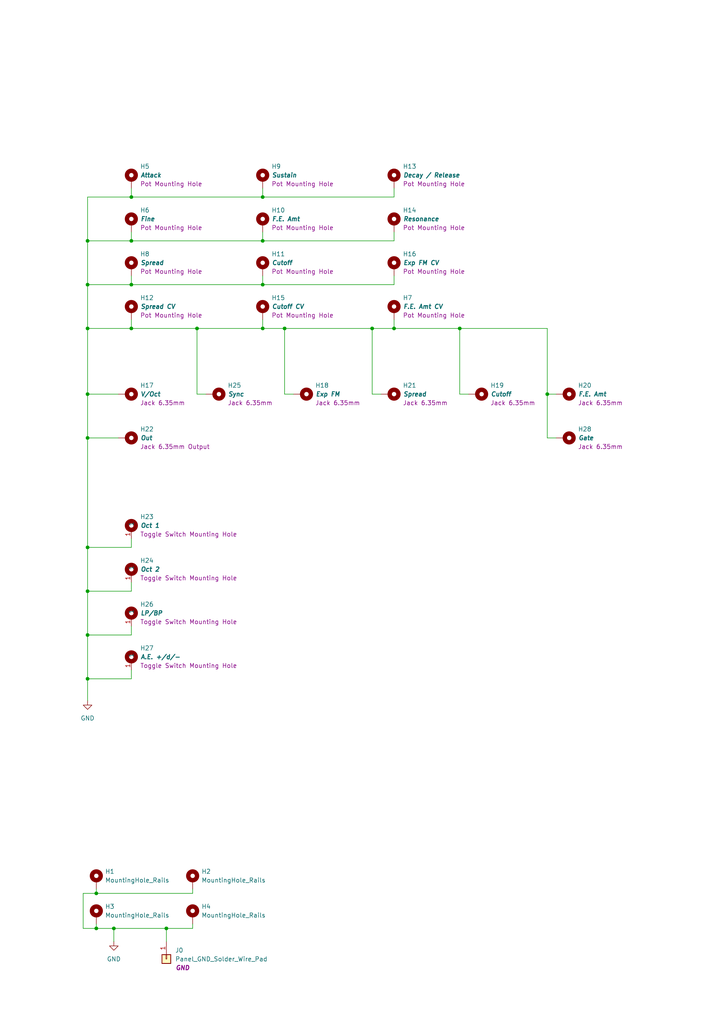
<source format=kicad_sch>
(kicad_sch (version 20250114) (generator "eeschema") (generator_version "9.0")
  (paper "A4" portrait)
  (title_block (title "Kosmo Format Front Panel - 10 cm") (company "DMH Instruments"))
  (lib_symbols
    (symbol "SynthStuff:MountingHole_Jack6.35mm_Output_v2" (pin_numbers (hide yes)) (pin_names (offset 1.016) (hide yes)) (exclude_from_sim yes) (in_bom no)
      (property "Reference" "H" (at 0 5.08 0))
      (property "Value" "SIGNAL NAME" (at 0 3.175 0))
      (property "Description" "Jack 6.35mm Output" (at 0.254 -3.302 0))
      (symbol "MountingHole_Jack6.35mm_Output_v2_0_1"
        (circle (center 0 0) (radius 1.27) (stroke (width 1.27)))
      )
      (symbol "MountingHole_Jack6.35mm_Output_v2_1_1"
        (pin input line (at -3.81 0 0) (length 2.54) (name "1") (number "1"))
      )
    )
    (symbol "SynthStuff:MountingHole_Jack6.35mm_v2" (pin_numbers (hide yes)) (pin_names (offset 1.016) (hide yes)) (exclude_from_sim yes) (in_bom no)
      (property "Reference" "H" (at 0 5.08 0))
      (property "Value" "SIGNAL NAME" (at 0 3.175 0))
      (property "Description" "Jack 6.35mm" (at 0 -3.048 0))
      (symbol "MountingHole_Jack6.35mm_v2_0_1"
        (circle (center 0 0) (radius 1.27) (stroke (width 1.27)))
      )
      (symbol "MountingHole_Jack6.35mm_v2_1_1"
        (pin input line (at -3.81 0 0) (length 2.54) (name "1") (number "1"))
      )
    )
    (symbol "SynthStuff:MountingHole_Pot" (pin_numbers (hide yes)) (pin_names (offset 1.016) (hide yes)) (exclude_from_sim yes)
      (property "Reference" "H" (at 0 6.35 0))
      (property "Value" "Function" (at 0 4.445 0))
      (property "Description" "Pot Mounting Hole" (at 0 0 0))
      (symbol "MountingHole_Pot_0_1"
        (circle (center 0 1.27) (radius 1.27) (stroke (width 1.27)))
      )
      (symbol "MountingHole_Pot_1_1"
        (pin input line (at 0 -2.54 90) (length 2.54) (name "1") (number "1"))
      )
    )
    (symbol "SynthStuff:MountingHole_Rails" (pin_numbers (hide yes)) (pin_names (offset 1.016) (hide yes)) (exclude_from_sim yes) (in_bom no)
      (property "Reference" "H" (at 0 6.35 0))
      (property "Value" "MountingHole_Rails" (at 0 4.445 0))
      (symbol "MountingHole_Rails_0_1"
        (circle (center 0 1.27) (radius 1.27) (stroke (width 1.27)))
      )
      (symbol "MountingHole_Rails_1_1"
        (pin input line (at 0 -2.54 90) (length 2.54) (name "1") (number "1"))
      )
    )
    (symbol "SynthStuff:MountingHole_ToggleSwitch" (pin_names (offset 1.016)) (exclude_from_sim yes) (in_bom no)
      (property "Reference" "H" (at 0 5.08 0))
      (property "Value" "Function" (at 0 3.175 0))
      (property "Description" "Toggle Switch Mounting Hole" (at 0 0 0))
      (symbol "MountingHole_ToggleSwitch_0_1"
        (circle (center 0 0) (radius 1.27) (stroke (width 1.27)))
      )
      (symbol "MountingHole_ToggleSwitch_1_1"
        (pin input line (at 0 -3.81 90) (length 2.54) (name "1") (number "1"))
      )
    )
    (symbol "SynthStuff:Panel_GND_Solder_Wire_Pad" (pin_names (offset 1.016) (hide yes)) (in_bom no)
      (property "Reference" "J" (at 0 2.54 0))
      (property "Value" "Panel_GND_Solder_Wire_Pad" (at 0 -5.08 0))
      (property "Function" "Panel GND" (at 0 -2.794 0))
      (symbol "Panel_GND_Solder_Wire_Pad_1_1"
        (rectangle (start -1.27 1.27) (end 1.27 -1.27) (stroke (width 0.254)) (fill (type background)))
        (rectangle (start -1.27 0.127) (end 0 -0.127) (stroke (width 0.1524)))
        (pin power_out line (at -5.08 0 0) (length 3.81) (name "Pin_1") (number "1"))
      )
    )
    (symbol "power:GND" (power) (pin_numbers (hide yes)) (pin_names (offset 0) (hide yes))
      (property "Value" "GND" (at 0 -3.81 0))
      (symbol "GND_0_1"
        (polyline (pts (xy 0 0) (xy 0 -1.27) (xy 1.27 -1.27) (xy 0 -2.54) (xy -1.27 -1.27) (xy 0 -1.27)))
      )
      (symbol "GND_1_1"
        (pin power_in line (at 0 0 270) (length 0) (name "~") (number "1"))
      )
    )
  )
  (junction (at 76.2 57.15))
  (junction (at 25.4 158.75))
  (junction (at 38.1 82.55))
  (junction (at 25.4 82.55))
  (junction (at 25.4 114.3))
  (junction (at 76.2 82.55))
  (junction (at 25.4 196.85))
  (junction (at 107.95 95.25))
  (junction (at 57.15 95.25))
  (junction (at 133.35 95.25))
  (junction (at 76.2 95.25))
  (junction (at 82.55 95.25))
  (junction (at 25.4 69.85))
  (junction (at 38.1 69.85))
  (junction (at 27.94 269.24))
  (junction (at 33.02 269.24))
  (junction (at 114.3 95.25))
  (junction (at 48.26 269.24))
  (junction (at 25.4 184.15))
  (junction (at 38.1 57.15))
  (junction (at 27.94 259.08))
  (junction (at 76.2 69.85))
  (junction (at 25.4 171.45))
  (junction (at 25.4 127))
  (junction (at 158.75 114.3))
  (junction (at 25.4 95.25))
  (junction (at 38.1 95.25))
  (wire (pts (xy 114.3 92.71) (xy 114.3 95.25)))
  (wire (pts (xy 114.3 82.55) (xy 76.2 82.55)))
  (wire (pts (xy 25.4 171.45) (xy 38.1 171.45)))
  (wire (pts (xy 25.4 184.15) (xy 25.4 196.85)))
  (wire (pts (xy 158.75 114.3) (xy 158.75 95.25)))
  (wire (pts (xy 114.3 95.25) (xy 133.35 95.25)))
  (wire (pts (xy 55.88 267.97) (xy 55.88 269.24)))
  (wire (pts (xy 25.4 69.85) (xy 25.4 82.55)))
  (wire (pts (xy 25.4 158.75) (xy 25.4 171.45)))
  (wire (pts (xy 38.1 181.61) (xy 38.1 184.15)))
  (wire (pts (xy 27.94 259.08) (xy 55.88 259.08)))
  (wire (pts (xy 27.94 269.24) (xy 27.94 267.97)))
  (wire (pts (xy 24.13 269.24) (xy 27.94 269.24)))
  (wire (pts (xy 38.1 67.31) (xy 38.1 69.85)))
  (wire (pts (xy 114.3 67.31) (xy 114.3 69.85)))
  (wire (pts (xy 25.4 196.85) (xy 25.4 203.2)))
  (wire (pts (xy 114.3 54.61) (xy 114.3 57.15)))
  (wire (pts (xy 48.26 269.24) (xy 48.26 273.05)))
  (wire (pts (xy 161.29 114.3) (xy 158.75 114.3)))
  (wire (pts (xy 59.69 114.3) (xy 57.15 114.3)))
  (wire (pts (xy 25.4 69.85) (xy 38.1 69.85)))
  (wire (pts (xy 25.4 57.15) (xy 25.4 69.85)))
  (wire (pts (xy 25.4 114.3) (xy 34.29 114.3)))
  (wire (pts (xy 76.2 80.01) (xy 76.2 82.55)))
  (wire (pts (xy 38.1 92.71) (xy 38.1 95.25)))
  (wire (pts (xy 114.3 57.15) (xy 76.2 57.15)))
  (wire (pts (xy 25.4 158.75) (xy 38.1 158.75)))
  (wire (pts (xy 76.2 67.31) (xy 76.2 69.85)))
  (wire (pts (xy 82.55 95.25) (xy 107.95 95.25)))
  (wire (pts (xy 82.55 95.25) (xy 82.55 114.3)))
  (wire (pts (xy 24.13 259.08) (xy 27.94 259.08)))
  (wire (pts (xy 38.1 69.85) (xy 76.2 69.85)))
  (wire (pts (xy 25.4 127) (xy 34.29 127)))
  (wire (pts (xy 33.02 269.24) (xy 33.02 273.05)))
  (wire (pts (xy 114.3 80.01) (xy 114.3 82.55)))
  (wire (pts (xy 24.13 259.08) (xy 24.13 269.24)))
  (wire (pts (xy 76.2 95.25) (xy 82.55 95.25)))
  (wire (pts (xy 55.88 257.81) (xy 55.88 259.08)))
  (wire (pts (xy 25.4 184.15) (xy 38.1 184.15)))
  (wire (pts (xy 25.4 95.25) (xy 38.1 95.25)))
  (wire (pts (xy 38.1 57.15) (xy 76.2 57.15)))
  (wire (pts (xy 57.15 95.25) (xy 76.2 95.25)))
  (wire (pts (xy 38.1 95.25) (xy 57.15 95.25)))
  (wire (pts (xy 158.75 114.3) (xy 158.75 127)))
  (wire (pts (xy 114.3 69.85) (xy 76.2 69.85)))
  (wire (pts (xy 161.29 127) (xy 158.75 127)))
  (wire (pts (xy 76.2 82.55) (xy 38.1 82.55)))
  (wire (pts (xy 38.1 57.15) (xy 25.4 57.15)))
  (wire (pts (xy 27.94 259.08) (xy 27.94 257.81)))
  (wire (pts (xy 25.4 114.3) (xy 25.4 127)))
  (wire (pts (xy 25.4 82.55) (xy 38.1 82.55)))
  (wire (pts (xy 38.1 194.31) (xy 38.1 196.85)))
  (wire (pts (xy 57.15 95.25) (xy 57.15 114.3)))
  (wire (pts (xy 76.2 54.61) (xy 76.2 57.15)))
  (wire (pts (xy 85.09 114.3) (xy 82.55 114.3)))
  (wire (pts (xy 38.1 168.91) (xy 38.1 171.45)))
  (wire (pts (xy 133.35 95.25) (xy 158.75 95.25)))
  (wire (pts (xy 48.26 269.24) (xy 55.88 269.24)))
  (wire (pts (xy 107.95 95.25) (xy 114.3 95.25)))
  (wire (pts (xy 133.35 95.25) (xy 133.35 114.3)))
  (wire (pts (xy 76.2 92.71) (xy 76.2 95.25)))
  (wire (pts (xy 135.89 114.3) (xy 133.35 114.3)))
  (wire (pts (xy 107.95 95.25) (xy 107.95 114.3)))
  (wire (pts (xy 25.4 82.55) (xy 25.4 95.25)))
  (wire (pts (xy 110.49 114.3) (xy 107.95 114.3)))
  (wire (pts (xy 38.1 156.21) (xy 38.1 158.75)))
  (wire (pts (xy 27.94 269.24) (xy 33.02 269.24)))
  (wire (pts (xy 25.4 171.45) (xy 25.4 184.15)))
  (wire (pts (xy 25.4 127) (xy 25.4 158.75)))
  (wire (pts (xy 25.4 196.85) (xy 38.1 196.85)))
  (wire (pts (xy 38.1 54.61) (xy 38.1 57.15)))
  (wire (pts (xy 25.4 95.25) (xy 25.4 114.3)))
  (wire (pts (xy 38.1 80.01) (xy 38.1 82.55)))
  (wire (pts (xy 33.02 269.24) (xy 48.26 269.24)))
  (symbol (lib_id "SynthStuff:MountingHole_ToggleSwitch") (at 38.1 165.1 0) (unit 1) (exclude_from_sim yes) (in_bom no)
    (property "Reference" "H24" (at 40.64 162.5599 0) (effects (justify left)))
    (property "Value" "Oct 2" (at 40.64 165.1 0) (effects (font (thickness 0.254) (bold yes) (italic yes)) (justify left)))
    (property "Footprint" "SynthStuff:Toggle_Switch_TE_Cutout" (effects (hide yes)))
    (property "Description" "Toggle Switch Mounting Hole" (at 40.64 167.6399 0) (effects (justify left)))
  )
  (symbol (lib_id "SynthStuff:MountingHole_Pot") (at 38.1 52.07 0) (unit 1) (exclude_from_sim yes)
    (property "Reference" "H5" (at 40.64 48.2599 0) (effects (justify left)))
    (property "Value" "Attack" (at 40.64 50.8 0) (effects (font (thickness 0.254) (bold yes) (italic yes)) (justify left)))
    (property "Footprint" "SynthStuff:Pot_Cutout_Small" (effects (hide yes)))
    (property "Description" "Pot Mounting Hole" (at 40.64 53.3399 0) (effects (justify left)))
  )
  (symbol (lib_id "SynthStuff:MountingHole_Rails") (at 55.88 255.27 0) (unit 1) (in_bom no)
    (property "Reference" "H2" (at 58.42 252.7299 0) (effects (justify left)))
    (property "Value" "MountingHole_Rails" (at 58.42 255.2699 0) (effects (justify left)))
    (property "Footprint" "SynthStuff:MountingHole_Rails" (effects (hide yes)))
    (property "Description" "Mounting Hole with connection" (effects (hide yes)))
  )
  (symbol (lib_id "SynthStuff:MountingHole_ToggleSwitch") (at 38.1 177.8 0) (unit 1) (exclude_from_sim yes) (in_bom no)
    (property "Reference" "H26" (at 40.64 175.2599 0) (effects (justify left)))
    (property "Value" "LP/BP" (at 40.64 177.8 0) (effects (font (thickness 0.254) (bold yes) (italic yes)) (justify left)))
    (property "Footprint" "SynthStuff:Toggle_Switch_TE_Cutout" (effects (hide yes)))
    (property "Description" "Toggle Switch Mounting Hole" (at 40.64 180.3399 0) (effects (justify left)))
  )
  (symbol (lib_id "SynthStuff:MountingHole_Pot") (at 76.2 90.17 0) (unit 1) (exclude_from_sim yes)
    (property "Reference" "H15" (at 78.74 86.3599 0) (effects (justify left)))
    (property "Value" "Cutoff CV" (at 78.74 88.9 0) (effects (font (thickness 0.254) (bold yes) (italic yes)) (justify left)))
    (property "Footprint" "SynthStuff:Pot_Cutout_Tiny_attv_P110KH1" (effects (hide yes)))
    (property "Description" "Pot Mounting Hole" (at 78.74 91.4399 0) (effects (justify left)))
  )
  (symbol (lib_id "SynthStuff:MountingHole_Jack6.35mm_v2") (at 165.1 127 0) (unit 1) (exclude_from_sim yes) (in_bom no)
    (property "Reference" "H28" (at 167.64 124.4599 0) (effects (justify left)))
    (property "Value" "Gate" (at 167.64 127 0) (effects (font (thickness 0.254) (bold yes) (italic yes)) (justify left)))
    (property "Footprint" "SynthStuff:Jack_6.35mm_Cutout_v3" (effects (hide yes)))
    (property "Description" "Jack 6.35mm" (at 167.64 129.5399 0) (effects (justify left)))
  )
  (symbol (lib_id "SynthStuff:MountingHole_Pot") (at 38.1 77.47 0) (unit 1) (exclude_from_sim yes)
    (property "Reference" "H8" (at 40.64 73.6599 0) (effects (justify left)))
    (property "Value" "Spread" (at 40.64 76.2 0) (effects (font (thickness 0.254) (bold yes) (italic yes)) (justify left)))
    (property "Footprint" "SynthStuff:Pot_Cutout_Small" (effects (hide yes)))
    (property "Description" "Pot Mounting Hole" (at 40.64 78.7399 0) (effects (justify left)))
  )
  (symbol (lib_id "SynthStuff:MountingHole_Jack6.35mm_Output_v2") (at 38.1 127 0) (unit 1) (exclude_from_sim yes) (in_bom no)
    (property "Reference" "H22" (at 40.64 124.4599 0) (effects (justify left)))
    (property "Value" "Out" (at 40.64 126.9999 0) (effects (font (thickness 0.254) (bold yes) (italic yes)) (justify left)))
    (property "Footprint" "SynthStuff:Jack_6.35mm_Cutout_Output_v6" (effects (hide yes)))
    (property "Description" "Jack 6.35mm Output" (at 40.64 129.5399 0) (effects (justify left)))
  )
  (symbol (lib_id "SynthStuff:MountingHole_ToggleSwitch") (at 38.1 152.4 0) (unit 1) (exclude_from_sim yes) (in_bom no)
    (property "Reference" "H23" (at 40.64 149.8599 0) (effects (justify left)))
    (property "Value" "Oct 1" (at 40.64 152.4 0) (effects (font (thickness 0.254) (bold yes) (italic yes)) (justify left)))
    (property "Footprint" "SynthStuff:Toggle_Switch_TE_Cutout" (effects (hide yes)))
    (property "Description" "Toggle Switch Mounting Hole" (at 40.64 154.9399 0) (effects (justify left)))
  )
  (symbol (lib_id "SynthStuff:MountingHole_Pot") (at 114.3 52.07 0) (unit 1) (exclude_from_sim yes)
    (property "Reference" "H13" (at 116.84 48.2599 0) (effects (justify left)))
    (property "Value" "Decay / Release" (at 116.84 50.8 0) (effects (font (thickness 0.254) (bold yes) (italic yes)) (justify left)))
    (property "Footprint" "SynthStuff:Pot_Cutout_Small" (effects (hide yes)))
    (property "Description" "Pot Mounting Hole" (at 116.84 53.3399 0) (effects (justify left)))
  )
  (symbol (lib_id "power:GND") (at 25.4 203.2 0) (unit 1)
    (property "Reference" "#PWR02" (effects (hide yes)))
    (property "Value" "GND" (at 25.4 208.28 0))
    (property "Description" "Power symbol creates a global label with name \"GND\" , ground" (effects (hide yes)))
  )
  (symbol (lib_id "power:GND") (at 33.02 273.05 0) (unit 1)
    (property "Reference" "#PWR01" (effects (hide yes)))
    (property "Value" "GND" (at 33.02 278.13 0))
    (property "Description" "Power symbol creates a global label with name \"GND\" , ground" (effects (hide yes)))
  )
  (symbol (lib_id "SynthStuff:MountingHole_Pot") (at 114.3 90.17 0) (unit 1) (exclude_from_sim yes)
    (property "Reference" "H7" (at 116.84 86.3599 0) (effects (justify left)))
    (property "Value" "F.E. Amt CV" (at 116.84 88.9 0) (effects (font (thickness 0.254) (bold yes) (italic yes)) (justify left)))
    (property "Footprint" "SynthStuff:Pot_Cutout_Tiny_attv_P110KH1" (effects (hide yes)))
    (property "Description" "Pot Mounting Hole" (at 116.84 91.4399 0) (effects (justify left)))
  )
  (symbol (lib_id "SynthStuff:MountingHole_Jack6.35mm_v2") (at 114.3 114.3 0) (unit 1) (exclude_from_sim yes) (in_bom no)
    (property "Reference" "H21" (at 116.84 111.7599 0) (effects (justify left)))
    (property "Value" "Spread" (at 116.84 114.3 0) (effects (font (thickness 0.254) (bold yes) (italic yes)) (justify left)))
    (property "Footprint" "SynthStuff:Jack_6.35mm_Cutout_v3" (effects (hide yes)))
    (property "Description" "Jack 6.35mm" (at 116.84 116.8399 0) (effects (justify left)))
  )
  (symbol (lib_id "SynthStuff:MountingHole_Pot") (at 114.3 64.77 0) (unit 1) (exclude_from_sim yes)
    (property "Reference" "H14" (at 116.84 60.9599 0) (effects (justify left)))
    (property "Value" "Resonance" (at 116.84 63.5 0) (effects (font (thickness 0.254) (bold yes) (italic yes)) (justify left)))
    (property "Footprint" "SynthStuff:Pot_Cutout_Small" (effects (hide yes)))
    (property "Description" "Pot Mounting Hole" (at 116.84 66.0399 0) (effects (justify left)))
  )
  (symbol (lib_id "SynthStuff:MountingHole_Pot") (at 76.2 52.07 0) (unit 1) (exclude_from_sim yes)
    (property "Reference" "H9" (at 78.74 48.2599 0) (effects (justify left)))
    (property "Value" "Sustain" (at 78.74 50.8 0) (effects (font (thickness 0.254) (bold yes) (italic yes)) (justify left)))
    (property "Footprint" "SynthStuff:Pot_Cutout_Small" (effects (hide yes)))
    (property "Description" "Pot Mounting Hole" (at 78.74 53.3399 0) (effects (justify left)))
  )
  (symbol (lib_id "SynthStuff:MountingHole_Pot") (at 76.2 77.47 0) (unit 1) (exclude_from_sim yes)
    (property "Reference" "H11" (at 78.74 73.6599 0) (effects (justify left)))
    (property "Value" "Cutoff" (at 78.74 76.2 0) (effects (font (thickness 0.254) (bold yes) (italic yes)) (justify left)))
    (property "Footprint" "SynthStuff:Pot_Cutout_Small" (effects (hide yes)))
    (property "Description" "Pot Mounting Hole" (at 78.74 78.7399 0) (effects (justify left)))
  )
  (symbol (lib_id "SynthStuff:MountingHole_Rails") (at 27.94 265.43 0) (unit 1) (in_bom no)
    (property "Reference" "H3" (at 30.48 262.8899 0) (effects (justify left)))
    (property "Value" "MountingHole_Rails" (at 30.48 265.4299 0) (effects (justify left)))
    (property "Footprint" "SynthStuff:MountingHole_Rails" (effects (hide yes)))
    (property "Description" "Mounting Hole with connection" (effects (hide yes)))
  )
  (symbol (lib_id "SynthStuff:MountingHole_Jack6.35mm_v2") (at 88.9 114.3 0) (unit 1) (exclude_from_sim yes) (in_bom no)
    (property "Reference" "H18" (at 91.44 111.7599 0) (effects (justify left)))
    (property "Value" "Exp FM" (at 91.44 114.3 0) (effects (font (thickness 0.254) (bold yes) (italic yes)) (justify left)))
    (property "Footprint" "SynthStuff:Jack_6.35mm_Cutout_v3" (effects (hide yes)))
    (property "Description" "Jack 6.35mm" (at 91.44 116.8399 0) (effects (justify left)))
  )
  (symbol (lib_id "SynthStuff:MountingHole_Jack6.35mm_v2") (at 165.1 114.3 0) (unit 1) (exclude_from_sim yes) (in_bom no)
    (property "Reference" "H20" (at 167.64 111.7599 0) (effects (justify left)))
    (property "Value" "F.E. Amt" (at 167.64 114.3 0) (effects (font (thickness 0.254) (bold yes) (italic yes)) (justify left)))
    (property "Footprint" "SynthStuff:Jack_6.35mm_Cutout_v3" (effects (hide yes)))
    (property "Description" "Jack 6.35mm" (at 167.64 116.8399 0) (effects (justify left)))
  )
  (symbol (lib_id "SynthStuff:MountingHole_Jack6.35mm_v2") (at 63.5 114.3 0) (unit 1) (exclude_from_sim yes) (in_bom no)
    (property "Reference" "H25" (at 66.04 111.7599 0) (effects (justify left)))
    (property "Value" "Sync" (at 66.04 114.3 0) (effects (font (thickness 0.254) (bold yes) (italic yes)) (justify left)))
    (property "Footprint" "SynthStuff:Jack_6.35mm_Cutout_v3" (effects (hide yes)))
    (property "Description" "Jack 6.35mm" (at 66.04 116.8399 0) (effects (justify left)))
  )
  (symbol (lib_id "SynthStuff:MountingHole_ToggleSwitch") (at 38.1 190.5 0) (unit 1) (exclude_from_sim yes) (in_bom no)
    (property "Reference" "H27" (at 40.64 187.9599 0) (effects (justify left)))
    (property "Value" "A.E. +/d/-" (at 40.64 190.5 0) (effects (font (thickness 0.254) (bold yes) (italic yes)) (justify left)))
    (property "Footprint" "SynthStuff:Toggle_Switch_TE_Cutout" (effects (hide yes)))
    (property "Description" "Toggle Switch Mounting Hole" (at 40.64 193.0399 0) (effects (justify left)))
  )
  (symbol (lib_id "SynthStuff:MountingHole_Pot") (at 38.1 90.17 0) (unit 1) (exclude_from_sim yes)
    (property "Reference" "H12" (at 40.64 86.3599 0) (effects (justify left)))
    (property "Value" "Spread CV" (at 40.64 88.9 0) (effects (font (thickness 0.254) (bold yes) (italic yes)) (justify left)))
    (property "Footprint" "SynthStuff:Pot_Cutout_Tiny_attv_P110KH1" (effects (hide yes)))
    (property "Description" "Pot Mounting Hole" (at 40.64 91.4399 0) (effects (justify left)))
  )
  (symbol (lib_id "SynthStuff:MountingHole_Pot") (at 76.2 64.77 0) (unit 1) (exclude_from_sim yes)
    (property "Reference" "H10" (at 78.74 60.9599 0) (effects (justify left)))
    (property "Value" "F.E. Amt" (at 78.74 63.5 0) (effects (font (thickness 0.254) (bold yes) (italic yes)) (justify left)))
    (property "Footprint" "SynthStuff:Pot_Cutout_Small_attv_P110KH1" (effects (hide yes)))
    (property "Description" "Pot Mounting Hole" (at 78.74 66.0399 0) (effects (justify left)))
  )
  (symbol (lib_id "SynthStuff:MountingHole_Pot") (at 114.3 77.47 0) (unit 1) (exclude_from_sim yes)
    (property "Reference" "H16" (at 116.84 73.6599 0) (effects (justify left)))
    (property "Value" "Exp FM CV" (at 116.84 76.2 0) (effects (font (thickness 0.254) (bold yes) (italic yes)) (justify left)))
    (property "Footprint" "SynthStuff:Pot_Cutout_Tiny_attv_P110KH1" (effects (hide yes)))
    (property "Description" "Pot Mounting Hole" (at 116.84 78.7399 0) (effects (justify left)))
  )
  (symbol (lib_id "SynthStuff:MountingHole_Pot") (at 38.1 64.77 0) (unit 1) (exclude_from_sim yes)
    (property "Reference" "H6" (at 40.64 60.9599 0) (effects (justify left)))
    (property "Value" "Fine" (at 40.64 63.5 0) (effects (font (thickness 0.254) (bold yes) (italic yes)) (justify left)))
    (property "Footprint" "SynthStuff:Pot_Cutout_Small" (effects (hide yes)))
    (property "Description" "Pot Mounting Hole" (at 40.64 66.0399 0) (effects (justify left)))
  )
  (symbol (lib_id "SynthStuff:MountingHole_Rails") (at 55.88 265.43 0) (unit 1) (in_bom no)
    (property "Reference" "H4" (at 58.42 262.8899 0) (effects (justify left)))
    (property "Value" "MountingHole_Rails" (at 58.42 265.4299 0) (effects (justify left)))
    (property "Footprint" "SynthStuff:MountingHole_Rails" (effects (hide yes)))
    (property "Description" "Mounting Hole with connection" (effects (hide yes)))
  )
  (symbol (lib_id "SynthStuff:Panel_GND_Solder_Wire_Pad") (at 48.26 278.13 270) (unit 1) (in_bom no)
    (property "Reference" "J0" (at 50.8 275.5899 90) (effects (justify left)))
    (property "Value" "Panel_GND_Solder_Wire_Pad" (at 50.8 278.1299 90) (effects (justify left)))
    (property "Footprint" "SynthStuff:Panel_GND_SolderWirePad_5x10mm" (effects (hide yes)))
    (property "Description" "Solder pad to allow connection between PCB and Front Panel" (effects (hide yes)))
    (property "Function" "GND" (at 50.8 280.67 90) (effects (font (thickness 0.254) (bold yes) (italic yes)) (justify left)))
  )
  (symbol (lib_id "SynthStuff:MountingHole_Jack6.35mm_v2") (at 38.1 114.3 0) (unit 1) (exclude_from_sim yes) (in_bom no)
    (property "Reference" "H17" (at 40.64 111.7599 0) (effects (justify left)))
    (property "Value" "V/Oct" (at 40.64 114.2999 0) (effects (font (thickness 0.254) (bold yes) (italic yes)) (justify left)))
    (property "Footprint" "SynthStuff:Jack_6.35mm_Cutout_v3" (effects (hide yes)))
    (property "Description" "Jack 6.35mm" (at 40.64 116.8399 0) (effects (justify left)))
  )
  (symbol (lib_id "SynthStuff:MountingHole_Jack6.35mm_v2") (at 139.7 114.3 0) (unit 1) (exclude_from_sim yes) (in_bom no)
    (property "Reference" "H19" (at 142.24 111.7599 0) (effects (justify left)))
    (property "Value" "Cutoff" (at 142.24 114.3 0) (effects (font (thickness 0.254) (bold yes) (italic yes)) (justify left)))
    (property "Footprint" "SynthStuff:Jack_6.35mm_Cutout_v3" (effects (hide yes)))
    (property "Description" "Jack 6.35mm" (at 142.24 116.8399 0) (effects (justify left)))
  )
  (symbol (lib_id "SynthStuff:MountingHole_Rails") (at 27.94 255.27 0) (unit 1) (in_bom no)
    (property "Reference" "H1" (at 30.48 252.7299 0) (effects (justify left)))
    (property "Value" "MountingHole_Rails" (at 30.48 255.2699 0) (effects (justify left)))
    (property "Footprint" "SynthStuff:MountingHole_Rails" (effects (hide yes)))
    (property "Description" "Mounting Hole with connection" (effects (hide yes)))
  )
)
</source>
